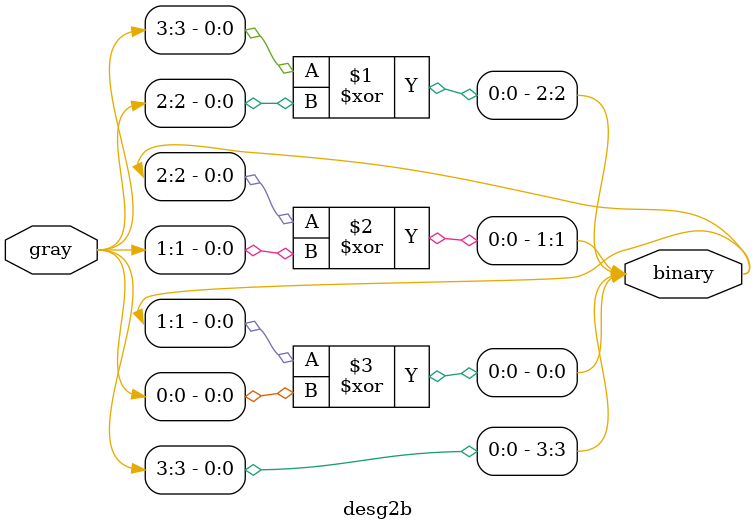
<source format=sv>
module desg2b
  #(
    parameter WIDTH = 4 
  )(
    input  logic [WIDTH-1:0] gray,
    output logic [WIDTH-1:0] binary
  );

  assign binary[WIDTH-1] = gray[WIDTH-1]; // MSB same

  genvar i;
  generate
    for (i = WIDTH-2; i >= 0; i = i - 1) begin 
      assign binary[i] = binary[i+1] ^ gray[i];
    end
  endgenerate

endmodule : desg2b

</source>
